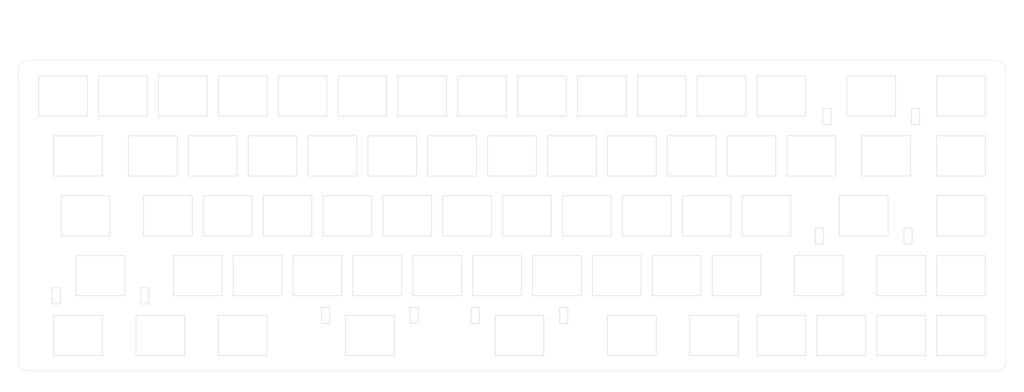
<source format=kicad_pcb>
(kicad_pcb (version 20211014) (generator pcbnew)
  (layers (0 "F.Cu" signal) (31 "B.Cu" signal) (34 "B.Paste" user) (35 "F.Paste" user) (36 "B.SilkS" user "B.Silkscreen") (37 "F.SilkS" user "F.Silkscreen") (38 "B.Mask" user) (39 "F.Mask" user) (44 "Edge.Cuts" user))
  (net 0 "")
  (footprint "new_footprint:SW_Hole_ALPS_1u" (layer "F.Cu") (at 57.15 47.625)
    (fp_text reference "SW7" hide)
    (fp_text value "SW_PUSH" hide)
    (fp_line (start -7.75 -6.4) (end 7.75 -6.4) (layer "Edge.Cuts") (width 0.15))
    (fp_line (start 7.75 6.4) (end -7.75 6.4) (layer "Edge.Cuts") (width 0.15))
    (fp_line (start 7.75 -6.4) (end 7.75 6.4) (layer "Edge.Cuts") (width 0.15))
    (fp_line (start -7.75 6.4) (end -7.75 -6.4) (layer "Edge.Cuts") (width 0.15))
  )
  (footprint "new_footprint:SW_Hole_ALPS_1.25u" (layer "F.Cu") (at 59.53125 104.775)
    (fp_text reference "SW10" hide)
    (fp_text value "SW_PUSH" hide)
    (fp_line (start 7.75 6.4) (end -7.75 6.4) (layer "Edge.Cuts") (width 0.15))
    (fp_line (start 7.75 -6.4) (end 7.75 6.4) (layer "Edge.Cuts") (width 0.15))
    (fp_line (start -7.75 -6.4) (end 7.75 -6.4) (layer "Edge.Cuts") (width 0.15))
    (fp_line (start -7.75 6.4) (end -7.75 -6.4) (layer "Edge.Cuts") (width 0.15))
  )
  (footprint "new_footprint:SW_Hole_ALPS_1.5u" (layer "F.Cu") (at 85.725 104.775)
    (fp_text reference "SW15" hide)
    (fp_text value "SW_PUSH" hide)
    (fp_line (start 7.75 -6.4) (end 7.75 6.4) (layer "Edge.Cuts") (width 0.15))
    (fp_line (start 7.75 6.4) (end -7.75 6.4) (layer "Edge.Cuts") (width 0.15))
    (fp_line (start -7.75 -6.4) (end 7.75 -6.4) (layer "Edge.Cuts") (width 0.15))
    (fp_line (start -7.75 6.4) (end -7.75 -6.4) (layer "Edge.Cuts") (width 0.15))
  )
  (footprint "new_footprint:SW_Hole_ALPS_1u" (layer "F.Cu") (at 47.625 28.575)
    (fp_text reference "SW6" hide)
    (fp_text value "SW_PUSH" hide)
    (fp_line (start -7.75 6.4) (end -7.75 -6.4) (layer "Edge.Cuts") (width 0.15))
    (fp_line (start -7.75 -6.4) (end 7.75 -6.4) (layer "Edge.Cuts") (width 0.15))
    (fp_line (start 7.75 6.4) (end -7.75 6.4) (layer "Edge.Cuts") (width 0.15))
    (fp_line (start 7.75 -6.4) (end 7.75 6.4) (layer "Edge.Cuts") (width 0.15))
  )
  (footprint "new_footprint:SW_Hole_ALPS_1.75u" (layer "F.Cu") (at 35.71875 66.675)
    (fp_text reference "SW3" hide)
    (fp_text value "SW_PUSH" hide)
    (fp_line (start 7.75 -6.4) (end 7.75 6.4) (layer "Edge.Cuts") (width 0.15))
    (fp_line (start 7.75 6.4) (end -7.75 6.4) (layer "Edge.Cuts") (width 0.15))
    (fp_line (start -7.75 6.4) (end -7.75 -6.4) (layer "Edge.Cuts") (width 0.15))
    (fp_line (start -7.75 -6.4) (end 7.75 -6.4) (layer "Edge.Cuts") (width 0.15))
  )
  (footprint "new_footprint:SW_Hole_ALPS_1.5u" (layer "F.Cu") (at 33.3375 104.775)
    (fp_text reference "SW5" hide)
    (fp_text value "SW_PUSH" hide)
    (fp_line (start 7.75 6.4) (end -7.75 6.4) (layer "Edge.Cuts") (width 0.15))
    (fp_line (start -7.75 6.4) (end -7.75 -6.4) (layer "Edge.Cuts") (width 0.15))
    (fp_line (start 7.75 -6.4) (end 7.75 6.4) (layer "Edge.Cuts") (width 0.15))
    (fp_line (start -7.75 -6.4) (end 7.75 -6.4) (layer "Edge.Cuts") (width 0.15))
  )
  (footprint "new_footprint:SW_Hole_ALPS_1u" (layer "F.Cu") (at 28.575 28.575)
    (fp_text reference "SW1" hide)
    (fp_text value "SW_PUSH" hide)
    (fp_line (start 7.75 -6.4) (end 7.75 6.4) (layer "Edge.Cuts") (width 0.15))
    (fp_line (start 7.75 6.4) (end -7.75 6.4) (layer "Edge.Cuts") (width 0.15))
    (fp_line (start -7.75 6.4) (end -7.75 -6.4) (layer "Edge.Cuts") (width 0.15))
    (fp_line (start -7.75 -6.4) (end 7.75 -6.4) (layer "Edge.Cuts") (width 0.15))
  )
  (footprint "new_footprint:SW_Hole_ALPS_1.5u" (layer "F.Cu") (at 33.3375 47.625)
    (fp_text reference "SW2" hide)
    (fp_text value "KEY_SWITCH" hide)
    (fp_line (start -7.75 6.4) (end -7.75 -6.4) (layer "Edge.Cuts") (width 0.15))
    (fp_line (start 7.75 -6.4) (end 7.75 6.4) (layer "Edge.Cuts") (width 0.15))
    (fp_line (start 7.75 6.4) (end -7.75 6.4) (layer "Edge.Cuts") (width 0.15))
    (fp_line (start -7.75 -6.4) (end 7.75 -6.4) (layer "Edge.Cuts") (width 0.15))
  )
  (footprint "new_footprint:SW_Hole_ALPS_2.25u" (layer "F.Cu") (at 40.48125 85.725)
    (fp_text reference "SW4" hide)
    (fp_text value "KEY_SWITCH" hide)
    (fp_line (start 15.4 3.9) (end 12.8 3.9) (layer "Edge.Cuts") (width 0.15))
    (fp_line (start 7.75 6.4) (end 7.75 -6.4) (layer "Edge.Cuts") (width 0.15))
    (fp_line (start -7.75 -6.4) (end -7.75 6.4) (layer "Edge.Cuts") (width 0.15))
    (fp_line (start 12.8 9) (end 15.4 9) (layer "Edge.Cuts") (width 0.15))
    (fp_line (start -15.4 3.9) (end -12.8 3.9) (layer "Edge.Cuts") (width 0.15))
    (fp_line (start -12.8 9) (end -15.4 9) (layer "Edge.Cuts") (width 0.15))
    (fp_line (start -12.8 3.9) (end -12.8 9) (layer "Edge.Cuts") (width 0.15))
    (fp_line (start 12.8 3.9) (end 12.8 9) (layer "Edge.Cuts") (width 0.15))
    (fp_line (start -15.4 9) (end -15.4 3.9) (layer "Edge.Cuts") (width 0.15))
    (fp_line (start 7.75 -6.4) (end -7.75 -6.4) (layer "Edge.Cuts") (width 0.15))
    (fp_line (start 15.4 9) (end 15.4 3.9) (layer "Edge.Cuts") (width 0.15))
    (fp_line (start -7.75 6.4) (end 7.75 6.4) (layer "Edge.Cuts") (width 0.15))
  )
  (footprint "new_footprint:SW_Hole_ALPS_1u" (layer "F.Cu") (at 71.4375 85.725)
    (fp_text reference "SW9" hide)
    (fp_text value "SW_PUSH" hide)
    (fp_line (start -7.75 -6.4) (end 7.75 -6.4) (layer "Edge.Cuts") (width 0.15))
    (fp_line (start -7.75 6.4) (end -7.75 -6.4) (layer "Edge.Cuts") (width 0.15))
    (fp_line (start 7.75 -6.4) (end 7.75 6.4) (layer "Edge.Cuts") (width 0.15))
    (fp_line (start 7.75 6.4) (end -7.75 6.4) (layer "Edge.Cuts") (width 0.15))
  )
  (footprint "new_footprint:SW_Hole_ALPS_1u" (layer "F.Cu") (at 61.9125 66.675)
    (fp_text reference "SW8" hide)
    (fp_text value "SW_PUSH" hide)
    (fp_line (start -7.75 6.4) (end -7.75 -6.4) (layer "Edge.Cuts") (width 0.15))
    (fp_line (start 7.75 -6.4) (end 7.75 6.4) (layer "Edge.Cuts") (width 0.15))
    (fp_line (start 7.75 6.4) (end -7.75 6.4) (layer "Edge.Cuts") (width 0.15))
    (fp_line (start -7.75 -6.4) (end 7.75 -6.4) (layer "Edge.Cuts") (width 0.15))
  )
  (footprint "new_footprint:SW_Hole_ALPS_1u" (layer "F.Cu") (at 76.2 47.625)
    (fp_text reference "SW12" hide)
    (fp_text value "SW_PUSH" hide)
    (fp_line (start 7.75 -6.4) (end 7.75 6.4) (layer "Edge.Cuts") (width 0.15))
    (fp_line (start 7.75 6.4) (end -7.75 6.4) (layer "Edge.Cuts") (width 0.15))
    (fp_line (start -7.75 -6.4) (end 7.75 -6.4) (layer "Edge.Cuts") (width 0.15))
    (fp_line (start -7.75 6.4) (end -7.75 -6.4) (layer "Edge.Cuts") (width 0.15))
  )
  (footprint "new_footprint:SW_Hole_ALPS_1u" (layer "F.Cu") (at 66.675 28.575)
    (fp_text reference "SW11" hide)
    (fp_text value "SW_PUSH" hide)
    (fp_line (start 7.75 6.4) (end -7.75 6.4) (layer "Edge.Cuts") (width 0.15))
    (fp_line (start 7.75 -6.4) (end 7.75 6.4) (layer "Edge.Cuts") (width 0.15))
    (fp_line (start -7.75 -6.4) (end 7.75 -6.4) (layer "Edge.Cuts") (width 0.15))
    (fp_line (start -7.75 6.4) (end -7.75 -6.4) (layer "Edge.Cuts") (width 0.15))
  )
  (footprint "new_footprint:SW_Hole_ALPS_1u" (layer "F.Cu") (at 80.9625 66.675)
    (fp_text reference "SW13" hide)
    (fp_text value "SW_PUSH" hide)
    (fp_line (start 7.75 6.4) (end -7.75 6.4) (layer "Edge.Cuts") (width 0.15))
    (fp_line (start -7.75 -6.4) (end 7.75 -6.4) (layer "Edge.Cuts") (width 0.15))
    (fp_line (start -7.75 6.4) (end -7.75 -6.4) (layer "Edge.Cuts") (width 0.15))
    (fp_line (start 7.75 -6.4) (end 7.75 6.4) (layer "Edge.Cuts") (width 0.15))
  )
  (footprint "new_footprint:SW_Hole_ALPS_1u" (layer "F.Cu") (at 90.4875 85.725)
    (fp_text reference "SW14" hide)
    (fp_text value "SW_PUSH" hide)
    (fp_line (start -7.75 -6.4) (end 7.75 -6.4) (layer "Edge.Cuts") (width 0.15))
    (fp_line (start -7.75 6.4) (end -7.75 -6.4) (layer "Edge.Cuts") (width 0.15))
    (fp_line (start 7.75 -6.4) (end 7.75 6.4) (layer "Edge.Cuts") (width 0.15))
    (fp_line (start 7.75 6.4) (end -7.75 6.4) (layer "Edge.Cuts") (width 0.15))
  )
  (footprint "new_footprint:SW_Hole_ALPS_1u" (layer "F.Cu") (at 95.25 47.625)
    (fp_text reference "SW17" hide)
    (fp_text value "SW_PUSH" hide)
    (fp_line (start 7.75 6.4) (end -7.75 6.4) (layer "Edge.Cuts") (width 0.15))
    (fp_line (start 7.75 -6.4) (end 7.75 6.4) (layer "Edge.Cuts") (width 0.15))
    (fp_line (start -7.75 6.4) (end -7.75 -6.4) (layer "Edge.Cuts") (width 0.15))
    (fp_line (start -7.75 -6.4) (end 7.75 -6.4) (layer "Edge.Cuts") (width 0.15))
  )
  (footprint "new_footprint:SW_Hole_ALPS_1u" (layer "F.Cu") (at 109.5375 85.725)
    (fp_text reference "SW19" hide)
    (fp_text value "SW_PUSH" hide)
    (fp_line (start 7.75 6.4) (end -7.75 6.4) (layer "Edge.Cuts") (width 0.15))
    (fp_line (start -7.75 -6.4) (end 7.75 -6.4) (layer "Edge.Cuts") (width 0.15))
    (fp_line (start 7.75 -6.4) (end 7.75 6.4) (layer "Edge.Cuts") (width 0.15))
    (fp_line (start -7.75 6.4) (end -7.75 -6.4) (layer "Edge.Cuts") (width 0.15))
  )
  (footprint "new_footprint:SW_Hole_ALPS_1u" (layer "F.Cu") (at 85.725 28.575)
    (fp_text reference "SW16" hide)
    (fp_text value "SW_PUSH" hide)
    (fp_line (start -7.75 -6.4) (end 7.75 -6.4) (layer "Edge.Cuts") (width 0.15))
    (fp_line (start -7.75 6.4) (end -7.75 -6.4) (layer "Edge.Cuts") (width 0.15))
    (fp_line (start 7.75 6.4) (end -7.75 6.4) (layer "Edge.Cuts") (width 0.15))
    (fp_line (start 7.75 -6.4) (end 7.75 6.4) (layer "Edge.Cuts") (width 0.15))
  )
  (footprint "new_footprint:SW_Hole_ALPS_1u" (layer "F.Cu") (at 100.0125 66.675)
    (fp_text reference "SW18" hide)
    (fp_text value "SW_PUSH" hide)
    (fp_line (start -7.75 -6.4) (end 7.75 -6.4) (layer "Edge.Cuts") (width 0.15))
    (fp_line (start 7.75 6.4) (end -7.75 6.4) (layer "Edge.Cuts") (width 0.15))
    (fp_line (start 7.75 -6.4) (end 7.75 6.4) (layer "Edge.Cuts") (width 0.15))
    (fp_line (start -7.75 6.4) (end -7.75 -6.4) (layer "Edge.Cuts") (width 0.15))
  )
  (footprint "new_footprint:SW_Hole_ALPS_2.75u" (layer "F.Cu") (at 126.20625 104.775 180)
    (fp_text reference "SW20" hide)
    (fp_text value "SW_PUSH" hide)
    (fp_line (start 7.75 -6.4) (end -7.75 -6.4) (layer "Edge.Cuts") (width 0.15))
    (fp_line (start -7.75 6.4) (end 7.75 6.4) (layer "Edge.Cuts") (width 0.15))
    (fp_line (start 7.75 6.4) (end 7.75 -6.4) (layer "Edge.Cuts") (width 0.15))
    (fp_line (start -12.8 3.9) (end -12.8 9) (layer "Edge.Cuts") (width 0.15))
    (fp_line (start 15.4 9) (end 15.4 3.9) (layer "Edge.Cuts") (width 0.15))
    (fp_line (start 12.8 9) (end 15.4 9) (layer "Edge.Cuts") (width 0.15))
    (fp_line (start -15.4 9) (end -15.4 3.9) (layer "Edge.Cuts") (width 0.15))
    (fp_line (start -7.75 -6.4) (end -7.75 6.4) (layer "Edge.Cuts") (width 0.15))
    (fp_line (start 12.8 3.9) (end 12.8 9) (layer "Edge.Cuts") (width 0.15))
    (fp_line (start -15.4 3.9) (end -12.8 3.9) (layer "Edge.Cuts") (width 0.15))
    (fp_line (start 15.4 3.9) (end 12.8 3.9) (layer "Edge.Cuts") (width 0.15))
    (fp_line (start -12.8 9) (end -15.4 9) (layer "Edge.Cuts") (width 0.15))
  )
  (footprint "new_footprint:SW_Hole_ALPS_1u" (layer "F.Cu") (at 114.3 47.625)
    (fp_text reference "SW22" hide)
    (fp_text value "SW_PUSH" hide)
    (fp_line (start 7.75 -6.4) (end 7.75 6.4) (layer "Edge.Cuts") (width 0.15))
    (fp_line (start 7.75 6.4) (end -7.75 6.4) (layer "Edge.Cuts") (width 0.15))
    (fp_line (start -7.75 -6.4) (end 7.75 -6.4) (layer "Edge.Cuts") (width 0.15))
    (fp_line (start -7.75 6.4) (end -7.75 -6.4) (layer "Edge.Cuts") (width 0.15))
  )
  (footprint "new_footprint:SW_Hole_ALPS_1u" (layer "F.Cu") (at 104.775 28.575)
    (fp_text reference "SW21" hide)
    (fp_text value "SW_PUSH" hide)
    (fp_line (start 7.75 -6.4) (end 7.75 6.4) (layer "Edge.Cuts") (width 0.15))
    (fp_line (start 7.75 6.4) (end -7.75 6.4) (layer "Edge.Cuts") (width 0.15))
    (fp_line (start -7.75 6.4) (end -7.75 -6.4) (layer "Edge.Cuts") (width 0.15))
    (fp_line (start -7.75 -6.4) (end 7.75 -6.4) (layer "Edge.Cuts") (width 0.15))
  )
  (footprint "new_footprint:SW_Hole_ALPS_1u" (layer "F.Cu") (at 166.6875 85.725)
    (fp_text reference "SW32" hide)
    (fp_text value "SW_PUSH" hide)
    (fp_line (start -7.75 6.4) (end -7.75 -6.4) (layer "Edge.Cuts") (width 0.15))
    (fp_line (start -7.75 -6.4) (end 7.75 -6.4) (layer "Edge.Cuts") (width 0.15))
    (fp_line (start 7.75 -6.4) (end 7.75 6.4) (layer "Edge.Cuts") (width 0.15))
    (fp_line (start 7.75 6.4) (end -7.75 6.4) (layer "Edge.Cuts") (width 0.15))
  )
  (footprint "new_footprint:SW_Hole_ALPS_1u" (layer "F.Cu") (at 119.0625 66.675)
    (fp_text reference "SW23" hide)
    (fp_text value "SW_PUSH" hide)
    (fp_line (start -7.75 6.4) (end -7.75 -6.4) (layer "Edge.Cuts") (width 0.15))
    (fp_line (start 7.75 -6.4) (end 7.75 6.4) (layer "Edge.Cuts") (width 0.15))
    (fp_line (start -7.75 -6.4) (end 7.75 -6.4) (layer "Edge.Cuts") (width 0.15))
    (fp_line (start 7.75 6.4) (end -7.75 6.4) (layer "Edge.Cuts") (width 0.15))
  )
  (footprint "new_footprint:SW_Hole_ALPS_1u" (layer "F.Cu") (at 133.35 47.625)
    (fp_text reference "SW26" hide)
    (fp_text value "SW_PUSH" hide)
    (fp_line (start -7.75 6.4) (end -7.75 -6.4) (layer "Edge.Cuts") (width 0.15))
    (fp_line (start 7.75 -6.4) (end 7.75 6.4) (layer "Edge.Cuts") (width 0.15))
    (fp_line (start -7.75 -6.4) (end 7.75 -6.4) (layer "Edge.Cuts") (width 0.15))
    (fp_line (start 7.75 6.4) (end -7.75 6.4) (layer "Edge.Cuts") (width 0.15))
  )
  (footprint "new_footprint:SW_Hole_ALPS_1u" (layer "F.Cu") (at 147.6375 85.725)
    (fp_text reference "SW28" hide)
    (fp_text value "SW_PUSH" hide)
    (fp_line (start 7.75 6.4) (end -7.75 6.4) (layer "Edge.Cuts") (width 0.15))
    (fp_line (start -7.75 -6.4) (end 7.75 -6.4) (layer "Edge.Cuts") (width 0.15))
    (fp_line (start 7.75 -6.4) (end 7.75 6.4) (layer "Edge.Cuts") (width 0.15))
    (fp_line (start -7.75 6.4) (end -7.75 -6.4) (layer "Edge.Cuts") (width 0.15))
  )
  (footprint "new_footprint:SW_Hole_ALPS_1u" (layer "F.Cu") (at 152.4 47.625)
    (fp_text reference "SW30" hide)
    (fp_text value "SW_PUSH" hide)
    (fp_line (start -7.75 -6.4) (end 7.75 -6.4) (layer "Edge.Cuts") (width 0.15))
    (fp_line (start 7.75 -6.4) (end 7.75 6.4) (layer "Edge.Cuts") (width 0.15))
    (fp_line (start -7.75 6.4) (end -7.75 -6.4) (layer "Edge.Cuts") (width 0.15))
    (fp_line (start 7.75 6.4) (end -7.75 6.4) (layer "Edge.Cuts") (width 0.15))
  )
  (footprint "new_footprint:SW_Hole_ALPS_1u" (layer "F.Cu") (at 157.1625 66.675)
    (fp_text reference "SW31" hide)
    (fp_text value "SW_PUSH" hide)
    (fp_line (start 7.75 -6.4) (end 7.75 6.4) (layer "Edge.Cuts") (width 0.15))
    (fp_line (start -7.75 -6.4) (end 7.75 -6.4) (layer "Edge.Cuts") (width 0.15))
    (fp_line (start 7.75 6.4) (end -7.75 6.4) (layer "Edge.Cuts") (width 0.15))
    (fp_line (start -7.75 6.4) (end -7.75 -6.4) (layer "Edge.Cuts") (width 0.15))
  )
  (footprint "new_footprint:SW_Hole_ALPS_1u" (layer "F.Cu") (at 123.825 28.575)
    (fp_text reference "SW25" hide)
    (fp_text value "SW_PUSH" hide)
    (fp_line (start 7.75 -6.4) (end 7.75 6.4) (layer "Edge.Cuts") (width 0.15))
    (fp_line (start -7.75 -6.4) (end 7.75 -6.4) (layer "Edge.Cuts") (width 0.15))
    (fp_line (start -7.75 6.4) (end -7.75 -6.4) (layer "Edge.Cuts") (width 0.15))
    (fp_line (start 7.75 6.4) (end -7.75 6.4) (layer "Edge.Cuts") (width 0.15))
  )
  (footprint "new_footprint:SW_Hole_ALPS_1u" (layer "F.Cu") (at 128.5875 85.725)
    (fp_text reference "SW24" hide)
    (fp_text value "SW_PUSH" hide)
    (fp_line (start -7.75 -6.4) (end 7.75 -6.4) (layer "Edge.Cuts") (width 0.15))
    (fp_line (start 7.75 -6.4) (end 7.75 6.4) (layer "Edge.Cuts") (width 0.15))
    (fp_line (start 7.75 6.4) (end -7.75 6.4) (layer "Edge.Cuts") (width 0.15))
    (fp_line (start -7.75 6.4) (end -7.75 -6.4) (layer "Edge.Cuts") (width 0.15))
  )
  (footprint "new_footprint:SW_Hole_ALPS_1u" (layer "F.Cu") (at 138.1125 66.675)
    (fp_text reference "SW27" hide)
    (fp_text value "SW_PUSH" hide)
    (fp_line (start 7.75 -6.4) (end 7.75 6.4) (layer "Edge.Cuts") (width 0.15))
    (fp_line (start -7.75 -6.4) (end 7.75 -6.4) (layer "Edge.Cuts") (width 0.15))
    (fp_line (start -7.75 6.4) (end -7.75 -6.4) (layer "Edge.Cuts") (width 0.15))
    (fp_line (start 7.75 6.4) (end -7.75 6.4) (layer "Edge.Cuts") (width 0.15))
  )
  (footprint "new_footprint:SW_Hole_ALPS_1u" (layer "F.Cu") (at 142.875 28.575)
    (fp_text reference "SW29" hide)
    (fp_text value "SW_PUSH" hide)
    (fp_line (start 7.75 -6.4) (end 7.75 6.4) (layer "Edge.Cuts") (width 0.15))
    (fp_line (start 7.75 6.4) (end -7.75 6.4) (layer "Edge.Cuts") (width 0.15))
    (fp_line (start -7.75 6.4) (end -7.75 -6.4) (layer "Edge.Cuts") (width 0.15))
    (fp_line (start -7.75 -6.4) (end 7.75 -6.4) (layer "Edge.Cuts") (width 0.15))
  )
  (footprint "new_footprint:SW_Hole_ALPS_1u" (layer "F.Cu") (at 195.2625 66.675)
    (fp_text reference "SW40" hide)
    (fp_text value "SW_PUSH" hide)
    (fp_line (start 7.75 6.4) (end -7.75 6.4) (layer "Edge.Cuts") (width 0.15))
    (fp_line (start 7.75 -6.4) (end 7.75 6.4) (layer "Edge.Cuts") (width 0.15))
    (fp_line (start -7.75 6.4) (end -7.75 -6.4) (layer "Edge.Cuts") (width 0.15))
    (fp_line (start -7.75 -6.4) (end 7.75 -6.4) (layer "Edge.Cuts") (width 0.15))
  )
  (footprint "new_footprint:SW_Hole_ALPS_1u" (layer "F.Cu") (at 185.7375 85.725)
    (fp_text reference "SW37" hide)
    (fp_text value "SW_PUSH" hide)
    (fp_line (start -7.75 6.4) (end -7.75 -6.4) (layer "Edge.Cuts") (width 0.15))
    (fp_line (start 7.75 6.4) (end -7.75 6.4) (layer "Edge.Cuts") (width 0.15))
    (fp_line (start -7.75 -6.4) (end 7.75 -6.4) (layer "Edge.Cuts") (width 0.15))
    (fp_line (start 7.75 -6.4) (end 7.75 6.4) (layer "Edge.Cuts") (width 0.15))
  )
  (footprint "new_footprint:SW_Hole_ALPS_1u" (layer "F.Cu") (at 200.025 28.575)
    (fp_text reference "SW43" hide)
    (fp_text value "SW_PUSH" hide)
    (fp_line (start 7.75 6.4) (end -7.75 6.4) (layer "Edge.Cuts") (width 0.15))
    (fp_line (start -7.75 -6.4) (end 7.75 -6.4) (layer "Edge.Cuts") (width 0.15))
    (fp_line (start 7.75 -6.4) (end 7.75 6.4) (layer "Edge.Cuts") (width 0.15))
    (fp_line (start -7.75 6.4) (end -7.75 -6.4) (layer "Edge.Cuts") (width 0.15))
  )
  (footprint "new_footprint:SW_Hole_ALPS_1u" (layer "F.Cu") (at 209.55 47.625)
    (fp_text reference "SW44" hide)
    (fp_text value "SW_PUSH" hide)
    (fp_line (start 7.75 6.4) (end -7.75 6.4) (layer "Edge.Cuts") (width 0.15))
    (fp_line (start -7.75 -6.4) (end 7.75 -6.4) (layer "Edge.Cuts") (width 0.15))
    (fp_line (start -7.75 6.4) (end -7.75 -6.4) (layer "Edge.Cuts") (width 0.15))
    (fp_line (start 7.75 -6.4) (end 7.75 6.4) (layer "Edge.Cuts") (width 0.15))
  )
  (footprint "new_footprint:SW_Hole_ALPS_1u" (layer "F.Cu") (at 180.975 28.575)
    (fp_text reference "SW38" hide)
    (fp_text value "SW_PUSH" hide)
    (fp_line (start 7.75 -6.4) (end 7.75 6.4) (layer "Edge.Cuts") (width 0.15))
    (fp_line (start 7.75 6.4) (end -7.75 6.4) (layer "Edge.Cuts") (width 0.15))
    (fp_line (start -7.75 -6.4) (end 7.75 -6.4) (layer "Edge.Cuts") (width 0.15))
    (fp_line (start -7.75 6.4) (end -7.75 -6.4) (layer "Edge.Cuts") (width 0.15))
  )
  (footprint "new_footprint:SW_Hole_ALPS_1u" (layer "F.Cu") (at 176.2125 66.675)
    (fp_text reference "SW36" hide)
    (fp_text value "SW_PUSH" hide)
    (fp_line (start -7.75 6.4) (end -7.75 -6.4) (layer "Edge.Cuts") (width 0.15))
    (fp_line (start -7.75 -6.4) (end 7.75 -6.4) (layer "Edge.Cuts") (width 0.15))
    (fp_line (start 7.75 -6.4) (end 7.75 6.4) (layer "Edge.Cuts") (width 0.15))
    (fp_line (start 7.75 6.4) (end -7.75 6.4) (layer "Edge.Cuts") (width 0.15))
  )
  (footprint "new_footprint:SW_Hole_ALPS_1u" (layer "F.Cu") (at 223.8375 85.725)
    (fp_text reference "SW46" hide)
    (fp_text value "SW_PUSH" hide)
    (fp_line (start 7.75 6.4) (end -7.75 6.4) (layer "Edge.Cuts") (width 0.15))
    (fp_line (start 7.75 -6.4) (end 7.75 6.4) (layer "Edge.Cuts") (width 0.15))
    (fp_line (start -7.75 6.4) (end -7.75 -6.4) (layer "Edge.Cuts") (width 0.15))
    (fp_line (start -7.75 -6.4) (end 7.75 -6.4) (layer "Edge.Cuts") (width 0.15))
  )
  (footprint "new_footprint:SW_Hole_ALPS_1u" (layer "F.Cu") (at 161.925 28.575)
    (fp_text reference "SW34" hide)
    (fp_text value "SW_PUSH" hide)
    (fp_line (start -7.75 -6.4) (end 7.75 -6.4) (layer "Edge.Cuts") (width 0.15))
    (fp_line (start -7.75 6.4) (end -7.75 -6.4) (layer "Edge.Cuts") (width 0.15))
    (fp_line (start 7.75 -6.4) (end 7.75 6.4) (layer "Edge.Cuts") (width 0.15))
    (fp_line (start 7.75 6.4) (end -7.75 6.4) (layer "Edge.Cuts") (width 0.15))
  )
  (footprint "new_footprint:SW_Hole_ALPS_1u" (layer "F.Cu") (at 204.7875 85.725)
    (fp_text reference "SW41" hide)
    (fp_text value "SW_PUSH" hide)
    (fp_line (start 7.75 -6.4) (end 7.75 6.4) (layer "Edge.Cuts") (width 0.15))
    (fp_line (start 7.75 6.4) (end -7.75 6.4) (layer "Edge.Cuts") (width 0.15))
    (fp_line (start -7.75 6.4) (end -7.75 -6.4) (layer "Edge.Cuts") (width 0.15))
    (fp_line (start -7.75 -6.4) (end 7.75 -6.4) (layer "Edge.Cuts") (width 0.15))
  )
  (footprint "new_footprint:SW_Hole_ALPS_1u" (layer "F.Cu") (at 171.45 47.625)
    (fp_text reference "SW35" hide)
    (fp_text value "SW_PUSH" hide)
    (fp_line (start 7.75 -6.4) (end 7.75 6.4) (layer "Edge.Cuts") (width 0.15))
    (fp_line (start -7.75 -6.4) (end 7.75 -6.4) (layer "Edge.Cuts") (width 0.15))
    (fp_line (start 7.75 6.4) (end -7.75 6.4) (layer "Edge.Cuts") (width 0.15))
    (fp_line (start -7.75 6.4) (end -7.75 -6.4) (layer "Edge.Cuts") (width 0.15))
  )
  (footprint "new_footprint:SW_Hole_ALPS_1u" (layer "F.Cu") (at 214.3125 66.675)
    (fp_text reference "SW45" hide)
    (fp_text value "SW_PUSH" hide)
    (fp_line (start -7.75 6.4) (end -7.75 -6.4) (layer "Edge.Cuts") (width 0.15))
    (fp_line (start -7.75 -6.4) (end 7.75 -6.4) (layer "Edge.Cuts") (width 0.15))
    (fp_line (start 7.75 6.4) (end -7.75 6.4) (layer "Edge.Cuts") (width 0.15))
    (fp_line (start 7.75 -6.4) (end 7.75 6.4) (layer "Edge.Cuts") (width 0.15))
  )
  (footprint "new_footprint:SW_Hole_ALPS_1u" (layer "F.Cu") (at 190.5 47.625)
    (fp_text reference "SW39" hide)
    (fp_text value "SW_PUSH" hide)
    (fp_line (start -7.75 6.4) (end -7.75 -6.4) (layer "Edge.Cuts") (width 0.15))
    (fp_line (start 7.75 6.4) (end -7.75 6.4) (layer "Edge.Cuts") (width 0.15))
    (fp_line (start -7.75 -6.4) (end 7.75 -6.4) (layer "Edge.Cuts") (width 0.15))
    (fp_line (start 7.75 -6.4) (end 7.75 6.4) (layer "Edge.Cuts") (width 0.15))
  )
  (footprint "new_footprint:SW_Hole_ALPS_1.75u" (layer "F.Cu") (at 269.08125 85.725)
    (fp_text reference "SW56" hide)
    (fp_text value "SW_PUSH" hide)
    (fp_line (start 7.75 6.4) (end -7.75 6.4) (layer "Edge.Cuts") (width 0.15))
    (fp_line (start 7.75 -6.4) (end 7.75 6.4) (layer "Edge.Cuts") (width 0.15))
    (fp_line (start -7.75 6.4) (end -7.75 -6.4) (layer "Edge.Cuts") (width 0.15))
    (fp_line (start -7.75 -6.4) (end 7.75 -6.4) (layer "Edge.Cuts") (width 0.15))
  )
  (footprint "new_footprint:SW_Hole_ALPS_1u" (layer "F.Cu") (at 238.125 28.575)
    (fp_text reference "SW53" hide)
    (fp_text value "SW_PUSH" hide)
    (fp_line (start 7.75 -6.4) (end 7.75 6.4) (layer "Edge.Cuts") (width 0.15))
    (fp_line (start -7.75 6.4) (end -7.75 -6.4) (layer "Edge.Cuts") (width 0.15))
    (fp_line (start -7.75 -6.4) (end 7.75 -6.4) (layer "Edge.Cuts") (width 0.15))
    (fp_line (start 7.75 6.4) (end -7.75 6.4) (layer "Edge.Cuts") (width 0.15))
  )
  (footprint "new_footprint:SW_Hole_ALPS_1u" (layer "F.Cu") (at 242.8875 85.725)
    (fp_text reference "SW51" hide)
    (fp_text value "SW_PUSH" hide)
    (fp_line (start 7.75 6.4) (end -7.75 6.4) (layer "Edge.Cuts") (width 0.15))
    (fp_line (start -7.75 -6.4) (end 7.75 -6.4) (layer "Edge.Cuts") (width 0.15))
    (fp_line (start 7.75 -6.4) (end 7.75 6.4) (layer "Edge.Cuts") (width 0.15))
    (fp_line (start -7.75 6.4) (end -7.75 -6.4) (layer "Edge.Cuts") (width 0.15))
  )
  (footprint "new_footprint:SW_Hole_ALPS_1u" (layer "F.Cu") (at 228.6 47.625)
    (fp_text reference "SW49" hide)
    (fp_text value "SW_PUSH" hide)
    (fp_line (start -7.75 -6.4) (end 7.75 -6.4) (layer "Edge.Cuts") (width 0.15))
    (fp_line (start 7.75 -6.4) (end 7.75 6.4) (layer "Edge.Cuts") (width 0.15))
    (fp_line (start 7.75 6.4) (end -7.75 6.4) (layer "Edge.Cuts") (width 0.15))
    (fp_line (start -7.75 6.4) (end -7.75 -6.4) (layer "Edge.Cuts") (width 0.15))
  )
  (footprint "new_footprint:SW_Hole_ALPS_1u" (layer "F.Cu") (at 233.3625 66.675)
    (fp_text reference "SW50" hide)
    (fp_text value "SW_PUSH" hide)
    (fp_line (start -7.75 -6.4) (end 7.75 -6.4) (layer "Edge.Cuts") (width 0.15))
    (fp_line (start 7.75 6.4) (end -7.75 6.4) (layer "Edge.Cuts") (width 0.15))
    (fp_line (start 7.75 -6.4) (end 7.75 6.4) (layer "Edge.Cuts") (width 0.15))
    (fp_line (start -7.75 6.4) (end -7.75 -6.4) (layer "Edge.Cuts") (width 0.15))
  )
  (footprint "new_footprint:SW_Hole_ALPS_2.25u" (layer "F.Cu") (at 283.36875 66.675)
    (fp_text reference "SW60" hide)
    (fp_text value "SW_PUSH" hide)
    (fp_line (start 15.4 3.9) (end 12.8 3.9) (layer "Edge.Cuts") (width 0.15))
    (fp_line (start 12.8 9) (end 15.4 9) (layer "Edge.Cuts") (width 0.15))
    (fp_line (start -15.4 9) (end -15.4 3.9) (layer "Edge.Cuts") (width 0.15))
    (fp_line (start -12.8 3.9) (end -12.8 9) (layer "Edge.Cuts") (width 0.15))
    (fp_line (start 15.4 9) (end 15.4 3.9) (layer "Edge.Cuts") (width 0.15))
    (fp_line (start -12.8 9) (end -15.4 9) (layer "Edge.Cuts") (width 0.15))
    (fp_line (start -7.75 6.4) (end 7.75 6.4) (layer "Edge.Cuts") (width 0.15))
    (fp_line (start 12.8 3.9) (end 12.8 9) (layer "Edge.Cuts") (width 0.15))
    (fp_line (start -7.75 -6.4) (end -7.75 6.4) (layer "Edge.Cuts") (width 0.15))
    (fp_line (start 7.75 -6.4) (end -7.75 -6.4) (layer "Edge.Cuts") (width 0.15))
    (fp_line (start 7.75 6.4) (end 7.75 -6.4) (layer "Edge.Cuts") (width 0.15))
    (fp_line (start -15.4 3.9) (end -12.8 3.9) (layer "Edge.Cuts") (width 0.15))
  )
  (footprint "new_footprint:SW_Hole_ALPS_1u" (layer "F.Cu") (at 247.65 47.625)
    (fp_text reference "SW54" hide)
    (fp_text value "SW_PUSH" hide)
    (fp_line (start -7.75 6.4) (end -7.75 -6.4) (layer "Edge.Cuts") (width 0.15))
    (fp_line (start 7.75 -6.4) (end 7.75 6.4) (layer "Edge.Cuts") (width 0.15))
    (fp_line (start -7.75 -6.4) (end 7.75 -6.4) (layer "Edge.Cuts") (width 0.15))
    (fp_line (start 7.75 6.4) (end -7.75 6.4) (layer "Edge.Cuts") (width 0.15))
  )
  (footprint "new_footprint:SW_Hole_ALPS_1u" (layer "F.Cu") (at 257.175 28.575)
    (fp_text reference "SW58" hide)
    (fp_text value "SW_PUSH" hide)
    (fp_line (start 7.75 -6.4) (end 7.75 6.4) (layer "Edge.Cuts") (width 0.15))
    (fp_line (start -7.75 6.4) (end -7.75 -6.4) (layer "Edge.Cuts") (width 0.15))
    (fp_line (start 7.75 6.4) (end -7.75 6.4) (layer "Edge.Cuts") (width 0.15))
    (fp_line (start -7.75 -6.4) (end 7.75 -6.4) (layer "Edge.Cuts") (width 0.15))
  )
  (footprint "new_footprint:SW_Hole_ALPS_1u" (layer "F.Cu") (at 219.075 28.575)
    (fp_text reference "SW48" hide)
    (fp_text value "SW_PUSH" hide)
    (fp_line (start -7.75 -6.4) (end 7.75 -6.4) (layer "Edge.Cuts") (width 0.15))
    (fp_line (start 7.75 6.4) (end -7.75 6.4) (layer "Edge.Cuts") (width 0.15))
    (fp_line (start 7.75 -6.4) (end 7.75 6.4) (layer "Edge.Cuts") (width 0.15))
    (fp_line (start -7.75 6.4) (end -7.75 -6.4) (layer "Edge.Cuts") (width 0.15))
  )
  (footprint "new_footprint:SW_Hole_ALPS_1u" (layer "F.Cu") (at 252.4125 66.675)
    (fp_text reference "SW55" hide)
    (fp_text value "SW_PUSH" hide)
    (fp_line (start 7.75 6.4) (end -7.75 6.4) (layer "Edge.Cuts") (width 0.15))
    (fp_line (start -7.75 6.4) (end -7.75 -6.4) (layer "Edge.Cuts") (width 0.15))
    (fp_line (start 7.75 -6.4) (end 7.75 6.4) (layer "Edge.Cuts") (width 0.15))
    (fp_line (start -7.75 -6.4) (end 7.75 -6.4) (layer "Edge.Cuts") (width 0.15))
  )
  (footprint "new_footprint:SW_Hole_ALPS_1u" (layer "F.Cu") (at 266.7 47.625)
    (fp_text reference "SW59" hide)
    (fp_text value "SW_PUSH" hide)
    (fp_line (start 7.75 -6.4) (end 7.75 6.4) (layer "Edge.Cuts") (width 0.15))
    (fp_line (start 7.75 6.4) (end -7.75 6.4) (layer "Edge.Cuts") (width 0.15))
    (fp_line (start -7.75 6.4) (end -7.75 -6.4) (layer "Edge.Cuts") (width 0.15))
    (fp_line (start -7.75 -6.4) (end 7.75 -6.4) (layer "Edge.Cuts") (width 0.15))
  )
  (footprint "new_footprint:SW_Hole_ALPS_1u" (layer "F.Cu") (at 314.325 85.725)
    (fp_text reference "SW68" hide)
    (fp_text value "SW_PUSH" hide)
    (fp_line (start -7.75 6.4) (end -7.75 -6.4) (layer "Edge.Cuts") (width 0.15))
    (fp_line (start 7.75 -6.4) (end 7.75 6.4) (layer "Edge.Cuts") (width 0.15))
    (fp_line (start -7.75 -6.4) (end 7.75 -6.4) (layer "Edge.Cuts") (width 0.15))
    (fp_line (start 7.75 6.4) (end -7.75 6.4) (layer "Edge.Cuts") (width 0.15))
  )
  (footprint "new_footprint:SW_Hole_ALPS_1u" (layer "F.Cu") (at 314.325 28.575)
    (fp_text reference "SW65" hide)
    (fp_text value "SW_PUSH" hide)
    (fp_line (start -7.75 6.4) (end -7.75 -6.4) (layer "Edge.Cuts") (width 0.15))
    (fp_line (start 7.75 6.4) (end -7.75 6.4) (layer "Edge.Cuts") (width 0.15))
    (fp_line (start 7.75 -6.4) (end 7.75 6.4) (layer "Edge.Cuts") (width 0.15))
    (fp_line (start -7.75 -6.4) (end 7.75 -6.4) (layer "Edge.Cuts") (width 0.15))
  )
  (footprint "new_footprint:SW_Hole_ALPS_1u" (layer "F.Cu") (at 314.325 47.625)
    (fp_text reference "SW66" hide)
    (fp_text value "SW_PUSH" hide)
    (fp_line (start 7.75 -6.4) (end 7.75 6.4) (layer "Edge.Cuts") (width 0.15))
    (fp_line (start 7.75 6.4) (end -7.75 6.4) (layer "Edge.Cuts") (width 0.15))
    (fp_line (start -7.75 6.4) (end -7.75 -6.4) (layer "Edge.Cuts") (width 0.15))
    (fp_line (start -7.75 -6.4) (end 7.75 -6.4) (layer "Edge.Cuts") (width 0.15))
  )
  (footprint "new_footprint:SW_Hole_ALPS_1u" (layer "F.Cu") (at 314.325 66.675)
    (fp_text reference "SW67" hide)
    (fp_text value "SW_PUSH" hide)
    (fp_line (start -7.75 6.4) (end -7.75 -6.4) (layer "Edge.Cuts") (width 0.15))
    (fp_line (start 7.75 -6.4) (end 7.75 6.4) (layer "Edge.Cuts") (width 0.15))
    (fp_line (start -7.75 -6.4) (end 7.75 -6.4) (layer "Edge.Cuts") (width 0.15))
    (fp_line (start 7.75 6.4) (end -7.75 6.4) (layer "Edge.Cuts") (width 0.15))
  )
  (footprint "new_footprint:SW_Hole_ALPS_1u" (layer "F.Cu") (at 295.275 85.725)
    (fp_text reference "SW61" hide)
    (fp_text value "SW_PUSH" hide)
    (fp_line (start 7.75 -6.4) (end 7.75 6.4) (layer "Edge.Cuts") (width 0.15))
    (fp_line (start -7.75 -6.4) (end 7.75 -6.4) (layer "Edge.Cuts") (width 0.15))
    (fp_line (start -7.75 6.4) (end -7.75 -6.4) (layer "Edge.Cuts") (width 0.15))
    (fp_line (start 7.75 6.4) (end -7.75 6.4) (layer "Edge.Cuts") (width 0.15))
  )
  (footprint "new_footprint:SW_Hole_ALPS_2u" (layer "F.Cu") (at 285.75 28.575)
    (fp_text reference "SW63" hide)
    (fp_text value "SW_PUSH" hide)
    (fp_line (start -15.4 3.9) (end -12.8 3.9) (layer "Edge.Cuts") (width 0.15))
    (fp_line (start -12.8 3.9) (end -12.8 9) (layer "Edge.Cuts") (width 0.15))
    (fp_line (start -12.8 9) (end -15.4 9) (layer "Edge.Cuts") (width 0.15))
    (fp_line (start 7.75 -6.4) (end -7.75 -6.4) (layer "Edge.Cuts") (width 0.15))
    (fp_line (start 7.75 6.4) (end 7.75 -6.4) (layer "Edge.Cuts") (width 0.15))
    (fp_line (start 15.4 9) (end 15.4 3.9) (layer "Edge.Cuts") (width 0.15))
    (fp_line (start 12.8 3.9) (end 12.8 9) (layer "Edge.Cuts") (width 0.15))
    (fp_line (start 12.8 9) (end 15.4 9) (layer "Edge.Cuts") (width 0.15))
    (fp_line (start 15.4 3.9) (end 12.8 3.9) (layer "Edge.Cuts") (width 0.15))
    (fp_line (start -7.75 6.4) (end 7.75 6.4) (layer "Edge.Cuts") (width 0.15))
    (fp_line (start -15.4 9) (end -15.4 3.9) (layer "Edge.Cuts") (width 0.15))
    (fp_line (start -7.75 -6.4) (end -7.75 6.4) (layer "Edge.Cuts") (width 0.15))
  )
  (footprint "new_footprint:SW_Hole_ALPS_1u" (layer "F.Cu") (at 276.225 104.775)
    (fp_text reference "SW57" hide)
    (fp_text value "SW_PUSH" hide)
    (fp_line (start 7.75 -6.4) (end 7.75 6.4) (layer "Edge.Cuts") (width 0.15))
    (fp_line (start -7.75 -6.4) (end 7.75 -6.4) (layer "Edge.Cuts") (width 0.15))
    (fp_line (start -7.75 6.4) (end -7.75 -6.4) (layer "Edge.Cuts") (width 0.15))
    (fp_line (start 7.75 6.4) (end -7.75 6.4) (layer "Edge.Cuts") (width 0.15))
  )
  (footprint "new_footprint:SW_Hole_ALPS_1u" (layer "F.Cu") (at 314.325 104.775)
    (fp_text reference "SW69" hide)
    (fp_text value "SW_PUSH" hide)
    (fp_line (start -7.75 -6.4) (end 7.75 -6.4) (layer "Edge.Cuts") (width 0.15))
    (fp_line (start 7.75 6.4) (end -7.75 6.4) (layer "Edge.Cuts") (width 0.15))
    (fp_line (start 7.75 -6.4) (end 7.75 6.4) (layer "Edge.Cuts") (width 0.15))
    (fp_line (start -7.75 6.4) (end -7.75 -6.4) (layer "Edge.Cuts") (width 0.15))
  )
  (footprint "new_footprint:SW_Hole_ALPS_1u" (layer "F.Cu") (at 295.275 104.775)
    (fp_text reference "SW62" hide)
    (fp_text value "SW_PUSH" hide)
    (fp_line (start -7.75 6.4) (end -7.75 -6.4) (layer "Edge.Cuts") (width 0.15))
    (fp_line (start -7.75 -6.4) (end 7.75 -6.4) (layer "Edge.Cuts") (width 0.15))
    (fp_line (start 7.75 -6.4) (end 7.75 6.4) (layer "Edge.Cuts") (width 0.15))
    (fp_line (start 7.75 6.4) (end -7.75 6.4) (layer "Edge.Cuts") (width 0.15))
  )
  (footprint "new_footprint:SW_Hole_ALPS_2.25u" (layer "F.Cu") (at 173.83125 104.775 180)
    (fp_text reference "SW33" hide)
    (fp_text value "SW_PUSH" hide)
    (fp_line (start -12.8 9) (end -15.4 9) (layer "Edge.Cuts") (width 0.15))
    (fp_line (start 15.4 3.9) (end 12.8 3.9) (layer "Edge.Cuts") (width 0.15))
    (fp_line (start 7.75 6.4) (end 7.75 -6.4) (layer "Edge.Cuts") (width 0.15))
    (fp_line (start -15.4 3.9) (end -12.8 3.9) (layer "Edge.Cuts") (width 0.15))
    (fp_line (start 12.8 3.9) (end 12.8 9) (layer "Edge.Cuts") (width 0.15))
    (fp_line (start -7.75 6.4) (end 7.75 6.4) (layer "Edge.Cuts") (width 0.15))
    (fp_line (start 15.4 9) (end 15.4 3.9) (layer "Edge.Cuts") (width 0.15))
    (fp_line (start 12.8 9) (end 15.4 9) (layer "Edge.Cuts") (width 0.15))
    (fp_line (start -15.4 9) (end -15.4 3.9) (layer "Edge.Cuts") (width 0.15))
    (fp_line (start -12.8 3.9) (end -12.8 9) (layer "Edge.Cuts") (width 0.15))
    (fp_line (start 7.75 -6.4) (end -7.75 -6.4) (layer "Edge.Cuts") (width 0.15))
    (fp_line (start -7.75 -6.4) (end -7.75 6.4) (layer "Edge.Cuts") (width 0.15))
  )
  (footprint "new_footprint:SW_Hole_ALPS_1.25u" (layer "F.Cu") (at 235.74375 104.775)
    (fp_text reference "SW47" hide)
    (fp_text value "SW_PUSH" hide)
    (fp_line (start -7.75 -6.4) (end 7.75 -6.4) (layer "Edge.Cuts") (width 0.15))
    (fp_line (start 7.75 -6.4) (end 7.75 6.4) (layer "Edge.Cuts") (width 0.15))
    (fp_line (start 7.75 6.4) (end -7.75 6.4) (layer "Edge.Cuts") (width 0.15))
    (fp_line (start -7.75 6.4) (end -7.75 -6.4) (layer "Edge.Cuts") (width 0.15))
  )
  (footprint "new_footprint:SW_Hole_ALPS_1u" (layer "F.Cu") (at 257.175 104.775)
    (fp_text reference "SW52" hide)
    (fp_text value "SW_PUSH" hide)
    (fp_line (start -7.75 6.4) (end -7.75 -6.4) (layer "Edge.Cuts") (width 0.15))
    (fp_line (start 7.75 -6.4) (end 7.75 6.4) (layer "Edge.Cuts") (width 0.15))
    (fp_line (start -7.75 -6.4) (end 7.75 -6.4) (layer "Edge.Cuts") (width 0.15))
    (fp_line (start 7.75 6.4) (end -7.75 6.4) (layer "Edge.Cuts") (width 0.15))
  )
  (footprint "kbd_Hole:m2_Screw_Hole_EdgeCuts" (layer "F.Cu") (at 16.075 21.55)
    (fp_text reference "J2" hide)
    (fp_text value "Conn_01x01" hide)
    (fp_circle (center 0 0) (end 1.1 0) (layer "Edge.Cuts") (width 0.01) (fill none))
  )
  (footprint "kbd_Hole:m2_Screw_Hole_EdgeCuts" (layer "F.Cu") (at 16.075 66.65)
    (fp_text reference "J3" hide)
    (fp_text value "Conn_01x01" hide)
    (fp_circle (center 0 0) (end 1.1 0) (layer "Edge.Cuts") (width 0.01) (fill none))
  )
  (footprint "kbd_Hole:m2_Screw_Hole_EdgeCuts" (layer "F.Cu") (at 16.075 111.75)
    (fp_text reference "J4" hide)
    (fp_text value "Conn_01x01" hide)
    (fp_circle (center 0 0) (end 1.1 0) (layer "Edge.Cuts") (width 0.01) (fill none))
  )
  (footprint "kbd_Hole:m2_Screw_Hole_EdgeCuts" (layer "F.Cu") (at 326.825 21.55)
    (fp_text reference "J5" hide)
    (fp_text value "Conn_01x01" hide)
    (fp_circle (center 0 0) (end 1.1 0) (layer "Edge.Cuts") (width 0.01) (fill none))
  )
  (footprint "kbd_Hole:m2_Screw_Hole_EdgeCuts" (layer "F.Cu") (at 326.825 66.65)
    (fp_text reference "J6" hide)
    (fp_text value "Conn_01x01" hide)
    (fp_circle (center 0 0) (end 1.1 0) (layer "Edge.Cuts") (width 0.01) (fill none))
  )
  (footprint "kbd_Hole:m2_Screw_Hole_EdgeCuts" (layer "F.Cu") (at 326.825 111.75)
    (fp_text reference "J7" hide)
    (fp_text value "Conn_01x01" hide)
    (fp_circle (center 0 0) (end 1.1 0) (layer "Edge.Cuts") (width 0.01) (fill none))
  )
  (footprint "kbd_Hole:m2_Screw_Hole_Fab" (layer "F.Cu") (at 11.075 13.05)
    (fp_text reference "J8" hide)
    (fp_text value "Conn_01x01" hide)
  )
  (footprint "kbd_Hole:m2_Screw_Hole_Fab" (layer "F.Cu") (at 11.075 66.65)
    (fp_text reference "J9" hide)
    (fp_text value "Conn_01x01" hide)
  )
  (footprint "kbd_Hole:m2_Screw_Hole_Fab" (layer "F.Cu") (at 11.075 120.25)
    (fp_text reference "J10" hide)
    (fp_text value "Conn_01x01" hide)
  )
  (footprint "kbd_Hole:m2_Screw_Hole_Fab" (layer "F.Cu") (at 108.575 13.05)
    (fp_text reference "J11" hide)
    (fp_text value "Conn_01x01" hide)
  )
  (footprint "kbd_Hole:m2_Screw_Hole_Fab" (layer "F.Cu") (at 234.325 13.05)
    (fp_text reference "J12" hide)
    (fp_text value "Conn_01x01" hide)
  )
  (footprint "kbd_Hole:m2_Screw_Hole_Fab" (layer "F.Cu") (at 108.575 120.25)
    (fp_text reference "J13" hide)
    (fp_text value "Conn_01x01" hide)
  )
  (footprint "kbd_Hole:m2_Screw_Hole_Fab" (layer "F.Cu") (at 234.325 120.25)
    (fp_text reference "J14" hide)
    (fp_text value "Conn_01x01" hide)
  )
  (footprint "kbd_Hole:m2_Screw_Hole_Fab" (layer "F.Cu") (at 331.825 13.05)
    (fp_text reference "J15" hide)
    (fp_text value "Conn_01x01" hide)
  )
  (footprint "kbd_Hole:m2_Screw_Hole_Fab" (layer "F.Cu") (at 331.825 66.65)
    (fp_text reference "J16" hide)
    (fp_text value "Conn_01x01" hide)
  )
  (footprint "kbd_Hole:m2_Screw_Hole_Fab" (layer "F.Cu") (at 331.825 120.25)
    (fp_text reference "J17" hide)
    (fp_text value "Conn_01x01" hide)
  )
  (footprint "new_footprint:SW_Hole_ALPS_1.5u" (layer "F.Cu") (at 209.55 104.775 180)
    (fp_text reference "SW42" hide)
    (fp_text value "SW_PUSH" hide)
    (fp_line (start 7.75 6.4) (end -7.75 6.4) (layer "Edge.Cuts") (width 0.15))
    (fp_line (start -7.75 6.4) (end -7.75 -6.4) (layer "Edge.Cuts") (width 0.15))
    (fp_line (start -7.75 -6.4) (end 7.75 -6.4) (layer "Edge.Cuts") (width 0.15))
    (fp_line (start 7.75 -6.4) (end 7.75 6.4) (layer "Edge.Cuts") (width 0.15))
  )
  (footprint "new_footprint:SW_Hole_ALPS_1.5u" (layer "F.Cu") (at 290.5125 47.625)
    (fp_text reference "SW64" hide)
    (fp_text value "SW_PUSH" hide)
    (fp_line (start -7.75 6.4) (end -7.75 -6.4) (layer "Edge.Cuts") (width 0.15))
    (fp_line (start -7.75 -6.4) (end 7.75 -6.4) (layer "Edge.Cuts") (width 0.15))
    (fp_line (start 7.75 -6.4) (end 7.75 6.4) (layer "Edge.Cuts") (width 0.15))
    (fp_line (start 7.75 6.4) (end -7.75 6.4) (layer "Edge.Cuts") (width 0.15))
  )
  (gr_arc (start 325.625 17.25) (mid 327.74632 18.12868) (end 328.625 20.25) (layer "Edge.Cuts") (width 0.1))
  (gr_arc (start 14.275 20.25) (mid 15.15368 18.12868) (end 17.275 17.25) (layer "Edge.Cuts") (width 0.1))
  (gr_arc (start 17.275 116.05) (mid 15.15368 115.17132) (end 14.275 113.05) (layer "Edge.Cuts") (width 0.1))
  (gr_arc (start 328.625 113.05) (mid 327.74632 115.17132) (end 325.625 116.05) (layer "Edge.Cuts") (width 0.1))
  (gr_line (start 14.275 20.25) (end 14.275 113.05) (layer "Edge.Cuts") (width 0.1))
  (gr_line (start 17.275 116.05) (end 325.625 116.05) (layer "Edge.Cuts") (width 0.1))
  (gr_line (start 325.625 17.25) (end 17.275 17.25) (layer "Edge.Cuts") (width 0.1))
  (gr_line (start 328.625 113.05) (end 328.625 20.25) (layer "Edge.Cuts") (width 0.1))
)
</source>
